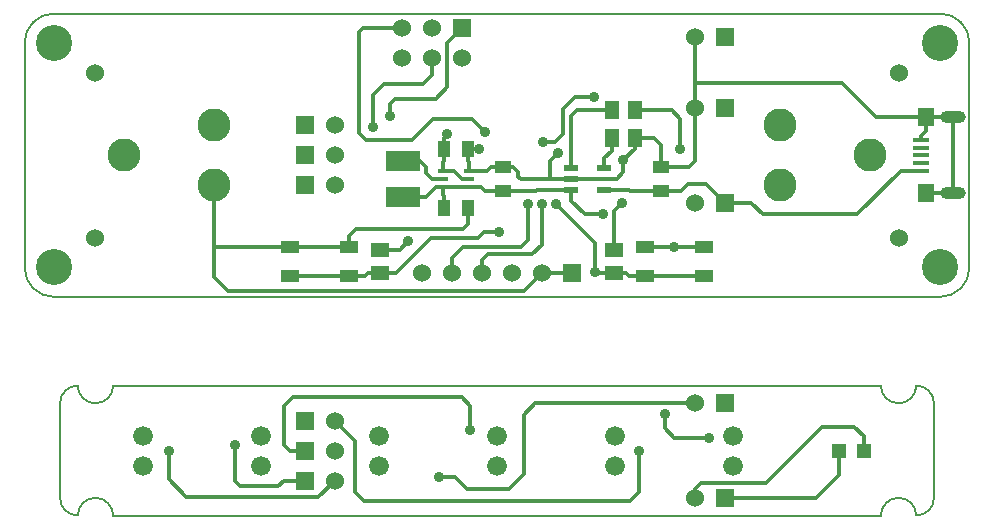
<source format=gtl>
G04 #@! TF.GenerationSoftware,KiCad,Pcbnew,5.0.0-84427f4~65~ubuntu16.04.1*
G04 #@! TF.CreationDate,2018-07-15T21:07:02+05:30*
G04 #@! TF.ProjectId,bebl_v2,6265626C5F76322E6B696361645F7063,rev?*
G04 #@! TF.SameCoordinates,Original*
G04 #@! TF.FileFunction,Copper,L1,Top,Signal*
G04 #@! TF.FilePolarity,Positive*
%FSLAX46Y46*%
G04 Gerber Fmt 4.6, Leading zero omitted, Abs format (unit mm)*
G04 Created by KiCad (PCBNEW 5.0.0-84427f4~65~ubuntu16.04.1) date Sun Jul 15 21:07:02 2018*
%MOMM*%
%LPD*%
G01*
G04 APERTURE LIST*
G04 #@! TA.AperFunction,NonConductor*
%ADD10C,0.150000*%
G04 #@! TD*
G04 #@! TA.AperFunction,ComponentPad*
%ADD11R,1.524000X1.524000*%
G04 #@! TD*
G04 #@! TA.AperFunction,ComponentPad*
%ADD12C,1.524000*%
G04 #@! TD*
G04 #@! TA.AperFunction,SMDPad,CuDef*
%ADD13R,1.066800X1.422400*%
G04 #@! TD*
G04 #@! TA.AperFunction,SMDPad,CuDef*
%ADD14R,1.422400X1.066800*%
G04 #@! TD*
G04 #@! TA.AperFunction,ComponentPad*
%ADD15C,1.676400*%
G04 #@! TD*
G04 #@! TA.AperFunction,SMDPad,CuDef*
%ADD16R,1.200000X1.200000*%
G04 #@! TD*
G04 #@! TA.AperFunction,SMDPad,CuDef*
%ADD17R,3.000000X1.800000*%
G04 #@! TD*
G04 #@! TA.AperFunction,SMDPad,CuDef*
%ADD18R,1.498600X1.300480*%
G04 #@! TD*
G04 #@! TA.AperFunction,SMDPad,CuDef*
%ADD19R,1.300480X1.498600*%
G04 #@! TD*
G04 #@! TA.AperFunction,ComponentPad*
%ADD20C,3.048000*%
G04 #@! TD*
G04 #@! TA.AperFunction,SMDPad,CuDef*
%ADD21R,1.500000X1.000000*%
G04 #@! TD*
G04 #@! TA.AperFunction,SMDPad,CuDef*
%ADD22R,0.900000X0.400000*%
G04 #@! TD*
G04 #@! TA.AperFunction,SMDPad,CuDef*
%ADD23R,1.150000X0.600000*%
G04 #@! TD*
G04 #@! TA.AperFunction,ComponentPad*
%ADD24C,2.800000*%
G04 #@! TD*
G04 #@! TA.AperFunction,SMDPad,CuDef*
%ADD25R,1.350000X0.400000*%
G04 #@! TD*
G04 #@! TA.AperFunction,SMDPad,CuDef*
%ADD26R,1.400000X1.600000*%
G04 #@! TD*
G04 #@! TA.AperFunction,ComponentPad*
%ADD27O,2.150000X1.050000*%
G04 #@! TD*
G04 #@! TA.AperFunction,ViaPad*
%ADD28C,0.900000*%
G04 #@! TD*
G04 #@! TA.AperFunction,Conductor*
%ADD29C,0.300000*%
G04 #@! TD*
G04 APERTURE END LIST*
D10*
X73500000Y-69500000D02*
X74500000Y-69500000D01*
X73500000Y-62000000D02*
X74500000Y-62000000D01*
X74500000Y-69500000D02*
X106500000Y-69500000D01*
X73500000Y-69500000D02*
X41500000Y-69500000D01*
X111000000Y-79000000D02*
X111000000Y-71000000D01*
X41500000Y-80500000D02*
X106500000Y-80500000D01*
X37000000Y-71000000D02*
X37000000Y-79000000D01*
X109500000Y-80500000D02*
G75*
G03X111000000Y-79000000I0J1500000D01*
G01*
X111000000Y-71000000D02*
G75*
G03X109500000Y-69500000I-1500000J0D01*
G01*
X37000000Y-79000000D02*
G75*
G03X38500000Y-80500000I1500000J0D01*
G01*
X38500000Y-69500000D02*
G75*
G03X37000000Y-71000000I0J-1500000D01*
G01*
X109500000Y-80500000D02*
G75*
G03X108000000Y-79000000I-1500000J0D01*
G01*
X108000000Y-79000000D02*
G75*
G03X106500000Y-80500000I0J-1500000D01*
G01*
X108000000Y-71000000D02*
G75*
G03X109500000Y-69500000I0J1500000D01*
G01*
X106500000Y-69500000D02*
G75*
G03X108000000Y-71000000I1500000J0D01*
G01*
X41500000Y-80500000D02*
G75*
G03X40000000Y-79000000I-1500000J0D01*
G01*
X40000000Y-79000000D02*
G75*
G03X38500000Y-80500000I0J-1500000D01*
G01*
X38500000Y-69500000D02*
G75*
G03X40000000Y-71000000I1500000J0D01*
G01*
X40000000Y-71000000D02*
G75*
G03X41500000Y-69500000I0J1500000D01*
G01*
X111500000Y-38000000D02*
X36500000Y-38000000D01*
X114000000Y-59500000D02*
X114000000Y-40500000D01*
X74500000Y-62000000D02*
X111500000Y-62000000D01*
X36500000Y-62000000D02*
X73500000Y-62000000D01*
X34000000Y-40500000D02*
X34000000Y-59500000D01*
X36500000Y-38000000D02*
G75*
G03X34000000Y-40500000I0J-2500000D01*
G01*
X34000000Y-59500000D02*
G75*
G03X36500000Y-62000000I2500000J0D01*
G01*
X111500000Y-62000000D02*
G75*
G03X114000000Y-59500000I0J2500000D01*
G01*
X114000000Y-40500000D02*
G75*
G03X111500000Y-38000000I-2500000J0D01*
G01*
D11*
G04 #@! TO.P,P10,1*
G04 #@! TO.N,Net-(D1-Pad1)*
X93270000Y-79000000D03*
D12*
G04 #@! TO.P,P10,2*
G04 #@! TO.N,/LED_brd/LEDK*
X90730000Y-79000000D03*
G04 #@! TD*
D11*
G04 #@! TO.P,P8,1*
G04 #@! TO.N,/VUSB*
X93270000Y-54000000D03*
D12*
G04 #@! TO.P,P8,2*
G04 #@! TO.N,/LED_K*
X90730000Y-54000000D03*
G04 #@! TD*
D11*
G04 #@! TO.P,P12,1*
G04 #@! TO.N,/LED_brd/LEDD3*
X57730000Y-75000000D03*
D12*
G04 #@! TO.P,P12,2*
G04 #@! TO.N,/LED_brd/LEDP4*
X60270000Y-75000000D03*
G04 #@! TD*
D11*
G04 #@! TO.P,P14,1*
G04 #@! TO.N,/LED_brd/3V3_LED*
X93270000Y-71000000D03*
D12*
G04 #@! TO.P,P14,2*
G04 #@! TO.N,/LED_brd/GND_LED*
X90730000Y-71000000D03*
G04 #@! TD*
D11*
G04 #@! TO.P,P4,1*
G04 #@! TO.N,/LED_D3*
X57730000Y-50000000D03*
D12*
G04 #@! TO.P,P4,2*
G04 #@! TO.N,/LED_P4*
X60270000Y-50000000D03*
G04 #@! TD*
D11*
G04 #@! TO.P,P3,1*
G04 #@! TO.N,/LED_P1*
X57730000Y-52540000D03*
D12*
G04 #@! TO.P,P3,2*
G04 #@! TO.N,/LED_P2*
X60270000Y-52540000D03*
G04 #@! TD*
G04 #@! TO.P,SC8,1*
G04 #@! TO.N,N/C*
X108000000Y-57000000D03*
G04 #@! TD*
G04 #@! TO.P,SC7,1*
G04 #@! TO.N,N/C*
X108000000Y-43000000D03*
G04 #@! TD*
G04 #@! TO.P,SC6,1*
G04 #@! TO.N,N/C*
X40000000Y-43000000D03*
G04 #@! TD*
G04 #@! TO.P,SC5,1*
G04 #@! TO.N,N/C*
X40000000Y-57000000D03*
G04 #@! TD*
D13*
G04 #@! TO.P,C7,1*
G04 #@! TO.N,/BAT*
X69484000Y-54500000D03*
G04 #@! TO.P,C7,2*
G04 #@! TO.N,GND*
X71516000Y-54500000D03*
G04 #@! TD*
D14*
G04 #@! TO.P,C5,1*
G04 #@! TO.N,/VUSB*
X87900000Y-53016000D03*
G04 #@! TO.P,C5,2*
G04 #@! TO.N,GND*
X87900000Y-50984000D03*
G04 #@! TD*
D13*
G04 #@! TO.P,C8,1*
G04 #@! TO.N,+3.3V*
X69484000Y-49500000D03*
G04 #@! TO.P,C8,2*
G04 #@! TO.N,GND*
X71516000Y-49500000D03*
G04 #@! TD*
D14*
G04 #@! TO.P,C6,1*
G04 #@! TO.N,/BAT*
X74500000Y-53016000D03*
G04 #@! TO.P,C6,2*
G04 #@! TO.N,GND*
X74500000Y-50984000D03*
G04 #@! TD*
D15*
G04 #@! TO.P,D7,1*
G04 #@! TO.N,Net-(D7-Pad1)*
X94000000Y-76270000D03*
G04 #@! TO.P,D7,2*
G04 #@! TO.N,Net-(D7-Pad2)*
X94000000Y-73730000D03*
G04 #@! TD*
G04 #@! TO.P,D6,1*
G04 #@! TO.N,Net-(D6-Pad1)*
X84000000Y-76270000D03*
G04 #@! TO.P,D6,2*
G04 #@! TO.N,Net-(D6-Pad2)*
X84000000Y-73730000D03*
G04 #@! TD*
G04 #@! TO.P,D5,1*
G04 #@! TO.N,Net-(D5-Pad1)*
X74000000Y-76270000D03*
G04 #@! TO.P,D5,2*
G04 #@! TO.N,Net-(D5-Pad2)*
X74000000Y-73730000D03*
G04 #@! TD*
G04 #@! TO.P,D4,1*
G04 #@! TO.N,Net-(D4-Pad1)*
X64000000Y-76270000D03*
G04 #@! TO.P,D4,2*
G04 #@! TO.N,Net-(D4-Pad2)*
X64000000Y-73730000D03*
G04 #@! TD*
G04 #@! TO.P,D3,1*
G04 #@! TO.N,Net-(D3-Pad1)*
X54000000Y-76270000D03*
G04 #@! TO.P,D3,2*
G04 #@! TO.N,Net-(D3-Pad2)*
X54000000Y-73730000D03*
G04 #@! TD*
G04 #@! TO.P,D2,1*
G04 #@! TO.N,Net-(D2-Pad1)*
X44000000Y-76270000D03*
G04 #@! TO.P,D2,2*
G04 #@! TO.N,Net-(D2-Pad2)*
X44000000Y-73730000D03*
G04 #@! TD*
D16*
G04 #@! TO.P,D1,1*
G04 #@! TO.N,Net-(D1-Pad1)*
X102950000Y-75000000D03*
G04 #@! TO.P,D1,2*
G04 #@! TO.N,/LED_brd/LEDK*
X105050000Y-75000000D03*
G04 #@! TD*
D17*
G04 #@! TO.P,L1,1*
G04 #@! TO.N,/BAT*
X66000000Y-53500000D03*
G04 #@! TO.P,L1,2*
G04 #@! TO.N,/L*
X66000000Y-50500000D03*
G04 #@! TD*
D11*
G04 #@! TO.P,P2,1*
G04 #@! TO.N,GND*
X80350000Y-60000000D03*
D12*
G04 #@! TO.P,P2,2*
X77810000Y-60000000D03*
G04 #@! TO.P,P2,3*
G04 #@! TO.N,+3.3V*
X75270000Y-60000000D03*
G04 #@! TO.P,P2,4*
G04 #@! TO.N,/RXD*
X72730000Y-60000000D03*
G04 #@! TO.P,P2,5*
G04 #@! TO.N,/TXD*
X70190000Y-60000000D03*
G04 #@! TO.P,P2,6*
G04 #@! TO.N,Net-(C4-Pad1)*
X67650000Y-60000000D03*
G04 #@! TD*
D18*
G04 #@! TO.P,R4,1*
G04 #@! TO.N,+3.3V*
X64100000Y-58047500D03*
G04 #@! TO.P,R4,2*
G04 #@! TO.N,/MODE*
X64100000Y-59952500D03*
G04 #@! TD*
D19*
G04 #@! TO.P,R5,1*
G04 #@! TO.N,/LED_K*
X85652500Y-46200000D03*
G04 #@! TO.P,R5,2*
G04 #@! TO.N,Net-(R5-Pad2)*
X83747500Y-46200000D03*
G04 #@! TD*
G04 #@! TO.P,R6,1*
G04 #@! TO.N,GND*
X85652500Y-48500000D03*
G04 #@! TO.P,R6,2*
G04 #@! TO.N,/PROG*
X83747500Y-48500000D03*
G04 #@! TD*
D20*
G04 #@! TO.P,SC1,1*
G04 #@! TO.N,N/C*
X36500000Y-59500000D03*
G04 #@! TD*
G04 #@! TO.P,SC2,1*
G04 #@! TO.N,N/C*
X111500000Y-40500000D03*
G04 #@! TD*
G04 #@! TO.P,SC3,1*
G04 #@! TO.N,N/C*
X111500000Y-59500000D03*
G04 #@! TD*
G04 #@! TO.P,SC4,1*
G04 #@! TO.N,N/C*
X36500000Y-40500000D03*
G04 #@! TD*
D21*
G04 #@! TO.P,SW1,1*
G04 #@! TO.N,GND*
X91500000Y-57800000D03*
G04 #@! TO.P,SW1,2*
G04 #@! TO.N,/RESET*
X91500000Y-60200000D03*
G04 #@! TO.P,SW1,1*
G04 #@! TO.N,GND*
X86500000Y-57800000D03*
G04 #@! TO.P,SW1,2*
G04 #@! TO.N,/RESET*
X86500000Y-60200000D03*
G04 #@! TD*
D22*
G04 #@! TO.P,U3,1*
G04 #@! TO.N,/BAT*
X71600000Y-52650000D03*
G04 #@! TO.P,U3,3*
G04 #@! TO.N,GND*
X71600000Y-51350000D03*
G04 #@! TO.P,U3,2*
G04 #@! TO.N,+3.3V*
X71600000Y-52000000D03*
G04 #@! TO.P,U3,4*
X69400000Y-51350000D03*
G04 #@! TO.P,U3,5*
G04 #@! TO.N,/L*
X69400000Y-52000000D03*
G04 #@! TO.P,U3,6*
G04 #@! TO.N,/BAT*
X69400000Y-52650000D03*
G04 #@! TD*
D11*
G04 #@! TO.P,P1,1*
G04 #@! TO.N,/MISO*
X71040000Y-39230000D03*
D12*
G04 #@! TO.P,P1,2*
G04 #@! TO.N,+3.3V*
X71040000Y-41770000D03*
G04 #@! TO.P,P1,3*
G04 #@! TO.N,/LED_B6*
X68500000Y-39230000D03*
G04 #@! TO.P,P1,4*
G04 #@! TO.N,/MOSI*
X68500000Y-41770000D03*
G04 #@! TO.P,P1,5*
G04 #@! TO.N,/RESET*
X65960000Y-39230000D03*
G04 #@! TO.P,P1,6*
G04 #@! TO.N,GND*
X65960000Y-41770000D03*
G04 #@! TD*
D11*
G04 #@! TO.P,P5,1*
G04 #@! TO.N,/LED_P5*
X57730000Y-47460000D03*
D12*
G04 #@! TO.P,P5,2*
G04 #@! TO.N,/LED_B6*
X60270000Y-47460000D03*
G04 #@! TD*
D11*
G04 #@! TO.P,P6,1*
G04 #@! TO.N,+3.3V*
X93270000Y-46000000D03*
D12*
G04 #@! TO.P,P6,2*
G04 #@! TO.N,GND*
X90730000Y-46000000D03*
G04 #@! TD*
D11*
G04 #@! TO.P,P9,1*
G04 #@! TO.N,/BAT*
X93270000Y-40000000D03*
D12*
G04 #@! TO.P,P9,2*
G04 #@! TO.N,GND*
X90730000Y-40000000D03*
G04 #@! TD*
D11*
G04 #@! TO.P,P13,1*
G04 #@! TO.N,/LED_brd/LEDP5*
X57730000Y-72460000D03*
D12*
G04 #@! TO.P,P13,2*
G04 #@! TO.N,/LED_brd/LEDB6*
X60270000Y-72460000D03*
G04 #@! TD*
D11*
G04 #@! TO.P,P11,1*
G04 #@! TO.N,/LED_brd/LEDP1*
X57730000Y-77540000D03*
D12*
G04 #@! TO.P,P11,2*
G04 #@! TO.N,/LED_brd/LEDP2*
X60270000Y-77540000D03*
G04 #@! TD*
D18*
G04 #@! TO.P,R1,1*
G04 #@! TO.N,+3.3V*
X83900000Y-58047500D03*
G04 #@! TO.P,R1,2*
G04 #@! TO.N,/RESET*
X83900000Y-59952500D03*
G04 #@! TD*
D21*
G04 #@! TO.P,SW2,1*
G04 #@! TO.N,GND*
X61500000Y-57800000D03*
G04 #@! TO.P,SW2,2*
G04 #@! TO.N,/MODE*
X61500000Y-60200000D03*
G04 #@! TO.P,SW2,1*
G04 #@! TO.N,GND*
X56500000Y-57800000D03*
G04 #@! TO.P,SW2,2*
G04 #@! TO.N,/MODE*
X56500000Y-60200000D03*
G04 #@! TD*
D23*
G04 #@! TO.P,U2,1*
G04 #@! TO.N,Net-(R5-Pad2)*
X80300000Y-51050000D03*
G04 #@! TO.P,U2,3*
G04 #@! TO.N,/BAT*
X80300000Y-52950000D03*
G04 #@! TO.P,U2,2*
G04 #@! TO.N,GND*
X80300000Y-52000000D03*
G04 #@! TO.P,U2,4*
G04 #@! TO.N,/VUSB*
X83100000Y-52950000D03*
G04 #@! TO.P,U2,5*
G04 #@! TO.N,/PROG*
X83100000Y-51050000D03*
G04 #@! TD*
D24*
G04 #@! TO.P,B9,1*
G04 #@! TO.N,GND*
X50000000Y-52540000D03*
X50000000Y-47460000D03*
X42380000Y-50000000D03*
G04 #@! TD*
G04 #@! TO.P,B8,1*
G04 #@! TO.N,/BAT*
X98000000Y-47460000D03*
X98000000Y-52540000D03*
X105620000Y-50000000D03*
G04 #@! TD*
D25*
G04 #@! TO.P,P7,3*
G04 #@! TO.N,N/C*
X109900000Y-50000000D03*
G04 #@! TO.P,P7,4*
X109900000Y-49350000D03*
G04 #@! TO.P,P7,5*
G04 #@! TO.N,GND*
X109900000Y-48700000D03*
G04 #@! TO.P,P7,2*
G04 #@! TO.N,N/C*
X109900000Y-50650000D03*
G04 #@! TO.P,P7,1*
G04 #@! TO.N,/VUSB*
X109900000Y-51300000D03*
D26*
G04 #@! TO.P,P7,T1*
G04 #@! TO.N,GND*
X110325000Y-53200000D03*
G04 #@! TO.P,P7,T2*
X110325000Y-46800000D03*
D27*
G04 #@! TO.P,P7,T5*
X112575000Y-53225000D03*
G04 #@! TO.P,P7,T6*
X112575000Y-46775000D03*
G04 #@! TD*
D28*
G04 #@! TO.N,/BAT*
X83000000Y-55000000D03*
G04 #@! TO.N,GND*
X72500000Y-49500000D03*
X89000000Y-57800000D03*
X84700000Y-50400000D03*
X79200000Y-49800000D03*
G04 #@! TO.N,+3.3V*
X66500000Y-57300000D03*
X69800000Y-48200000D03*
X84600000Y-54000000D03*
G04 #@! TO.N,/RESET*
X79000000Y-54100000D03*
X82300000Y-59900000D03*
X73000000Y-48000000D03*
G04 #@! TO.N,/MISO*
X64900000Y-46700000D03*
G04 #@! TO.N,/MOSI*
X63500000Y-47600000D03*
G04 #@! TO.N,/RXD*
X77800000Y-54100000D03*
G04 #@! TO.N,/TXD*
X76600000Y-54100000D03*
G04 #@! TO.N,/SCL*
X82200000Y-45100000D03*
X77900000Y-48900000D03*
G04 #@! TO.N,/MODE*
X74200000Y-56500000D03*
G04 #@! TO.N,/LED_brd/GND_LED*
X69088000Y-77216000D03*
G04 #@! TO.N,/LED_K*
X89500000Y-49500000D03*
G04 #@! TO.N,/LED_brd/LEDP1*
X51800000Y-74500000D03*
G04 #@! TO.N,/LED_brd/LEDP2*
X46200000Y-75000000D03*
G04 #@! TO.N,/LED_brd/LEDD3*
X71750000Y-73250000D03*
G04 #@! TO.N,/LED_brd/LEDP5*
X91948000Y-73914000D03*
X88200000Y-71900000D03*
G04 #@! TO.N,/LED_brd/LEDB6*
X86000000Y-75000000D03*
G04 #@! TD*
D29*
G04 #@! TO.N,/BAT*
X80300000Y-52950000D02*
X77352000Y-52950000D01*
X77286000Y-53016000D02*
X74500000Y-53016000D01*
X77352000Y-52950000D02*
X77286000Y-53016000D01*
X80300000Y-52950000D02*
X80300000Y-53884000D01*
X81416000Y-55000000D02*
X83000000Y-55000000D01*
X80300000Y-53884000D02*
X81416000Y-55000000D01*
X80300000Y-53019000D02*
X80366500Y-52952500D01*
X68000000Y-53500000D02*
X66000000Y-53500000D01*
X68850000Y-52650000D02*
X68000000Y-53500000D01*
X69400000Y-52650000D02*
X68850000Y-52650000D01*
X69400000Y-53400000D02*
X69484000Y-53484000D01*
X69484000Y-53484000D02*
X69484000Y-54500000D01*
X69400000Y-52650000D02*
X69400000Y-53400000D01*
X69400000Y-52650000D02*
X71600000Y-52650000D01*
X72650000Y-52650000D02*
X73016000Y-53016000D01*
X71600000Y-52650000D02*
X72650000Y-52650000D01*
X73016000Y-53016000D02*
X74500000Y-53016000D01*
G04 #@! TO.N,GND*
X110325000Y-46800000D02*
X106100000Y-46800000D01*
X90730000Y-43900000D02*
X90730000Y-46000000D01*
X90730000Y-43900000D02*
X103200000Y-43900000D01*
X106100000Y-46800000D02*
X103200000Y-43900000D01*
X109900000Y-48700000D02*
X109900000Y-48350000D01*
X110325000Y-47925000D02*
X110325000Y-46800000D01*
X109900000Y-48350000D02*
X110325000Y-47925000D01*
X112575000Y-46775000D02*
X110350000Y-46775000D01*
X110350000Y-46775000D02*
X110325000Y-46800000D01*
X112575000Y-53225000D02*
X112575000Y-46775000D01*
X112575000Y-53225000D02*
X110350000Y-53225000D01*
X110350000Y-53225000D02*
X110325000Y-53200000D01*
X110350000Y-53225000D02*
X110325000Y-53200000D01*
X78486000Y-52000000D02*
X80300000Y-52000000D01*
X80300000Y-52000000D02*
X84144000Y-52000000D01*
X84144000Y-52000000D02*
X84700000Y-51444000D01*
X84700000Y-51444000D02*
X84700000Y-50400000D01*
X85652500Y-48500000D02*
X87300000Y-48500000D01*
X87900000Y-49100000D02*
X87900000Y-50984000D01*
X87300000Y-48500000D02*
X87900000Y-49100000D01*
X90730000Y-40000000D02*
X90730000Y-46000000D01*
X87900000Y-50984000D02*
X90216000Y-50984000D01*
X90730000Y-50470000D02*
X90730000Y-46000000D01*
X90216000Y-50984000D02*
X90730000Y-50470000D01*
X85652500Y-48500000D02*
X85652500Y-49447500D01*
X85652500Y-49447500D02*
X84700000Y-50400000D01*
X56500000Y-57800000D02*
X50000000Y-57800000D01*
X50000000Y-52540000D02*
X50000000Y-57800000D01*
X50000000Y-57800000D02*
X50000000Y-60300000D01*
X50000000Y-60300000D02*
X51200000Y-61500000D01*
X51200000Y-61500000D02*
X76310000Y-61500000D01*
X76310000Y-61500000D02*
X77810000Y-60000000D01*
X71516000Y-49500000D02*
X72500000Y-49500000D01*
X89000000Y-57800000D02*
X91500000Y-57800000D01*
X86500000Y-57800000D02*
X89000000Y-57800000D01*
X77810000Y-60000000D02*
X80350000Y-60000000D01*
X71600000Y-50600000D02*
X71516000Y-50516000D01*
X71516000Y-50516000D02*
X71516000Y-49500000D01*
X71600000Y-51350000D02*
X71600000Y-50600000D01*
X73516000Y-50984000D02*
X73150000Y-51350000D01*
X73150000Y-51350000D02*
X71600000Y-51350000D01*
X74500000Y-50984000D02*
X73516000Y-50984000D01*
X56500000Y-57800000D02*
X61500000Y-57800000D01*
X75384000Y-50984000D02*
X75800000Y-51400000D01*
X75800000Y-51400000D02*
X75800000Y-51800000D01*
X75800000Y-51800000D02*
X76000000Y-52000000D01*
X76000000Y-52000000D02*
X78486000Y-52000000D01*
X78486000Y-52000000D02*
X78500000Y-52000000D01*
X74500000Y-50984000D02*
X75384000Y-50984000D01*
X71516000Y-55784000D02*
X71100000Y-56200000D01*
X71100000Y-56200000D02*
X62100000Y-56200000D01*
X62100000Y-56200000D02*
X61500000Y-56800000D01*
X61500000Y-56800000D02*
X61500000Y-57800000D01*
X71516000Y-54500000D02*
X71516000Y-55784000D01*
X79200000Y-49800000D02*
X78500000Y-50500000D01*
X78500000Y-50500000D02*
X78500000Y-52000000D01*
G04 #@! TO.N,+3.3V*
X64100000Y-58047500D02*
X65752500Y-58047500D01*
X65752500Y-58047500D02*
X66500000Y-57300000D01*
X69484000Y-49500000D02*
X69484000Y-48516000D01*
X69484000Y-48516000D02*
X69800000Y-48200000D01*
X69400000Y-50600000D02*
X69484000Y-50516000D01*
X69484000Y-50516000D02*
X69484000Y-49500000D01*
X69400000Y-51350000D02*
X69400000Y-50600000D01*
X71000000Y-52000000D02*
X70350000Y-51350000D01*
X70350000Y-51350000D02*
X69400000Y-51350000D01*
X71600000Y-52000000D02*
X71000000Y-52000000D01*
X83900000Y-54700000D02*
X84600000Y-54000000D01*
X83900000Y-58047500D02*
X83900000Y-54700000D01*
G04 #@! TO.N,/RESET*
X82300000Y-59900000D02*
X82300000Y-57400000D01*
X82300000Y-57400000D02*
X79000000Y-54100000D01*
X86500000Y-60200000D02*
X91500000Y-60200000D01*
X85200000Y-60200000D02*
X84952500Y-59952500D01*
X84952500Y-59952500D02*
X83900000Y-59952500D01*
X86500000Y-60200000D02*
X85200000Y-60200000D01*
X82300000Y-59900000D02*
X82352500Y-59952500D01*
X82352500Y-59952500D02*
X83900000Y-59952500D01*
X62300000Y-39600000D02*
X62670000Y-39230000D01*
X62670000Y-39230000D02*
X65960000Y-39230000D01*
X62900000Y-48700000D02*
X62300000Y-48100000D01*
X66800000Y-48700000D02*
X62900000Y-48700000D01*
X68600000Y-46900000D02*
X66800000Y-48700000D01*
X71900000Y-46900000D02*
X68600000Y-46900000D01*
X73000000Y-48000000D02*
X71900000Y-46900000D01*
X62300000Y-48100000D02*
X62300000Y-39600000D01*
G04 #@! TO.N,/VUSB*
X109900000Y-51300000D02*
X108200000Y-51300000D01*
X96500000Y-55000000D02*
X104500000Y-55000000D01*
X95500000Y-54000000D02*
X93270000Y-54000000D01*
X95500000Y-54000000D02*
X96500000Y-55000000D01*
X108200000Y-51300000D02*
X104500000Y-55000000D01*
X83100000Y-52950000D02*
X85208000Y-52950000D01*
X85274000Y-53016000D02*
X87900000Y-53016000D01*
X85208000Y-52950000D02*
X85274000Y-53016000D01*
X87900000Y-53016000D02*
X89584000Y-53016000D01*
X89584000Y-53016000D02*
X90200000Y-52400000D01*
X90200000Y-52400000D02*
X91670000Y-52400000D01*
X91670000Y-52400000D02*
X93270000Y-54000000D01*
G04 #@! TO.N,/L*
X67500000Y-50500000D02*
X66000000Y-50500000D01*
X68500000Y-52000000D02*
X68000000Y-51500000D01*
X68000000Y-51500000D02*
X68000000Y-51000000D01*
X68000000Y-51000000D02*
X67500000Y-50500000D01*
X69400000Y-52000000D02*
X68500000Y-52000000D01*
G04 #@! TO.N,/MISO*
X69800000Y-40470000D02*
X71040000Y-39230000D01*
X69800000Y-44200000D02*
X69800000Y-40470000D01*
X68800000Y-45200000D02*
X69800000Y-44200000D01*
X65400000Y-45200000D02*
X68800000Y-45200000D01*
X64900000Y-45700000D02*
X65400000Y-45200000D01*
X64900000Y-46700000D02*
X64900000Y-45700000D01*
G04 #@! TO.N,/MOSI*
X63500000Y-47600000D02*
X63500000Y-44900000D01*
X64400000Y-44000000D02*
X67700000Y-44000000D01*
X63500000Y-44900000D02*
X64400000Y-44000000D01*
X68500000Y-41770000D02*
X68500000Y-43200000D01*
X68500000Y-43200000D02*
X67700000Y-44000000D01*
G04 #@! TO.N,/RXD*
X72730000Y-60000000D02*
X72730000Y-58870000D01*
X77800000Y-57600000D02*
X77800000Y-54100000D01*
X77000000Y-58400000D02*
X77800000Y-57600000D01*
X73200000Y-58400000D02*
X77000000Y-58400000D01*
X72730000Y-58870000D02*
X73200000Y-58400000D01*
G04 #@! TO.N,/TXD*
X70190000Y-60000000D02*
X70190000Y-58710000D01*
X76600000Y-57200000D02*
X76600000Y-54100000D01*
X76000000Y-57800000D02*
X76600000Y-57200000D01*
X71100000Y-57800000D02*
X76000000Y-57800000D01*
X70190000Y-58710000D02*
X71100000Y-57800000D01*
G04 #@! TO.N,/SCL*
X80600000Y-45100000D02*
X82200000Y-45100000D01*
X79600000Y-46100000D02*
X80600000Y-45100000D01*
X79600000Y-48200000D02*
X79600000Y-46100000D01*
X78900000Y-48900000D02*
X79600000Y-48200000D01*
X77900000Y-48900000D02*
X78900000Y-48900000D01*
G04 #@! TO.N,/PROG*
X83100000Y-51050000D02*
X83100000Y-50250000D01*
X83747500Y-49602500D02*
X83747500Y-48500000D01*
X83100000Y-50250000D02*
X83747500Y-49602500D01*
G04 #@! TO.N,/MODE*
X65447500Y-59952500D02*
X64100000Y-59952500D01*
X68400000Y-57000000D02*
X65447500Y-59952500D01*
X72400000Y-57000000D02*
X68400000Y-57000000D01*
X72900000Y-56500000D02*
X72400000Y-57000000D01*
X74200000Y-56500000D02*
X72900000Y-56500000D01*
X56500000Y-60200000D02*
X61500000Y-60200000D01*
X63047500Y-59952500D02*
X62800000Y-60200000D01*
X62800000Y-60200000D02*
X61500000Y-60200000D01*
X64100000Y-59952500D02*
X63047500Y-59952500D01*
G04 #@! TO.N,Net-(D1-Pad1)*
X93270000Y-79000000D02*
X101000000Y-79000000D01*
X102950000Y-77050000D02*
X102950000Y-75000000D01*
X101000000Y-79000000D02*
X102950000Y-77050000D01*
G04 #@! TO.N,Net-(R5-Pad2)*
X80300000Y-51050000D02*
X80300000Y-46700000D01*
X80800000Y-46200000D02*
X83747500Y-46200000D01*
X80300000Y-46700000D02*
X80800000Y-46200000D01*
G04 #@! TO.N,/LED_brd/GND_LED*
X77250000Y-71000000D02*
X86500000Y-71000000D01*
X70466000Y-77216000D02*
X71500000Y-78250000D01*
X71500000Y-78250000D02*
X75000000Y-78250000D01*
X75000000Y-78250000D02*
X76250000Y-77000000D01*
X76250000Y-77000000D02*
X76250000Y-72000000D01*
X76250000Y-72000000D02*
X77250000Y-71000000D01*
X69088000Y-77216000D02*
X70466000Y-77216000D01*
X86500000Y-71000000D02*
X90730000Y-71000000D01*
G04 #@! TO.N,/LED_brd/LEDK*
X90730000Y-79000000D02*
X90730000Y-78270000D01*
X90730000Y-78270000D02*
X91250000Y-77750000D01*
X105050000Y-73800000D02*
X105050000Y-75000000D01*
X104250000Y-73000000D02*
X105050000Y-73800000D01*
X101500000Y-73000000D02*
X104250000Y-73000000D01*
X96750000Y-77750000D02*
X101500000Y-73000000D01*
X91250000Y-77750000D02*
X96750000Y-77750000D01*
G04 #@! TO.N,/LED_K*
X85652500Y-46200000D02*
X88800000Y-46200000D01*
X89500000Y-46900000D02*
X89500000Y-49500000D01*
X88800000Y-46200000D02*
X89500000Y-46900000D01*
G04 #@! TO.N,/LED_brd/LEDP1*
X55960000Y-77540000D02*
X57730000Y-77540000D01*
X55500000Y-78000000D02*
X55960000Y-77540000D01*
X51800000Y-74500000D02*
X51800000Y-77550000D01*
X51800000Y-77550000D02*
X52250000Y-78000000D01*
X52250000Y-78000000D02*
X55500000Y-78000000D01*
G04 #@! TO.N,/LED_brd/LEDP2*
X46200000Y-77450000D02*
X47700000Y-78950000D01*
X46200000Y-75000000D02*
X46200000Y-77450000D01*
X58860000Y-78950000D02*
X60270000Y-77540000D01*
X47700000Y-78950000D02*
X58860000Y-78950000D01*
G04 #@! TO.N,/LED_brd/LEDD3*
X56500000Y-75000000D02*
X56000000Y-74500000D01*
X56000000Y-74500000D02*
X56000000Y-71250000D01*
X56000000Y-71250000D02*
X56750000Y-70500000D01*
X56750000Y-70500000D02*
X71000000Y-70500000D01*
X71000000Y-70500000D02*
X71750000Y-71250000D01*
X71750000Y-71250000D02*
X71750000Y-73250000D01*
X56500000Y-75000000D02*
X57730000Y-75000000D01*
G04 #@! TO.N,/LED_brd/LEDP5*
X88200000Y-73100000D02*
X89014000Y-73914000D01*
X89014000Y-73914000D02*
X91948000Y-73914000D01*
X88200000Y-71900000D02*
X88200000Y-73100000D01*
G04 #@! TO.N,/LED_brd/LEDB6*
X86000000Y-75000000D02*
X86000000Y-78500000D01*
X86000000Y-78500000D02*
X85250000Y-79250000D01*
X85250000Y-79250000D02*
X62750000Y-79250000D01*
X62750000Y-79250000D02*
X62000000Y-78500000D01*
X62000000Y-78500000D02*
X62000000Y-74190000D01*
X62000000Y-74190000D02*
X60270000Y-72460000D01*
G04 #@! TD*
M02*

</source>
